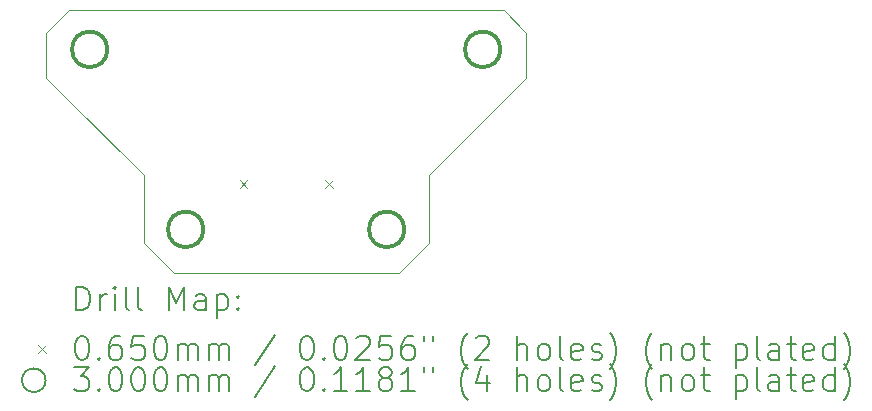
<source format=gbr>
%TF.GenerationSoftware,KiCad,Pcbnew,7.0.5*%
%TF.CreationDate,2024-02-15T12:52:46-05:00*%
%TF.ProjectId,SaberCord_Copy_Male,53616265-7243-46f7-9264-5f436f70795f,rev?*%
%TF.SameCoordinates,Original*%
%TF.FileFunction,Drillmap*%
%TF.FilePolarity,Positive*%
%FSLAX45Y45*%
G04 Gerber Fmt 4.5, Leading zero omitted, Abs format (unit mm)*
G04 Created by KiCad (PCBNEW 7.0.5) date 2024-02-15 12:52:46*
%MOMM*%
%LPD*%
G01*
G04 APERTURE LIST*
%ADD10C,0.100000*%
%ADD11C,0.200000*%
%ADD12C,0.065000*%
%ADD13C,0.300000*%
G04 APERTURE END LIST*
D10*
X15875000Y-7366000D02*
X16065500Y-7556500D01*
X16065500Y-7556500D02*
X16065500Y-7937500D01*
X14033500Y-7366000D02*
X15875000Y-7366000D01*
X12192000Y-7366000D02*
X14033500Y-7366000D01*
X12001500Y-7937500D02*
X12001500Y-7556500D01*
X16065500Y-7937500D02*
X15938500Y-8064500D01*
X12001500Y-7556500D02*
X12192000Y-7366000D01*
X12827000Y-8763000D02*
X12827000Y-9334500D01*
X15938500Y-8064500D02*
X15240000Y-8763000D01*
X15240000Y-8763000D02*
X15240000Y-9334500D01*
X14033500Y-9588500D02*
X13081000Y-9588500D01*
X12128500Y-8064500D02*
X12001500Y-7937500D01*
X14986000Y-9588500D02*
X14033500Y-9588500D01*
X13081000Y-9588500D02*
X12827000Y-9334500D01*
X12827000Y-8763000D02*
X12128500Y-8064500D01*
X15240000Y-9334500D02*
X14986000Y-9588500D01*
D11*
D12*
X13641000Y-8801500D02*
X13706000Y-8866500D01*
X13706000Y-8801500D02*
X13641000Y-8866500D01*
X14361000Y-8801500D02*
X14426000Y-8866500D01*
X14426000Y-8801500D02*
X14361000Y-8866500D01*
D13*
X12519800Y-7696200D02*
G75*
G03*
X12519800Y-7696200I-150000J0D01*
G01*
X13332600Y-9220200D02*
G75*
G03*
X13332600Y-9220200I-150000J0D01*
G01*
X15034400Y-9220200D02*
G75*
G03*
X15034400Y-9220200I-150000J0D01*
G01*
X15847200Y-7696200D02*
G75*
G03*
X15847200Y-7696200I-150000J0D01*
G01*
D11*
X12257277Y-9904984D02*
X12257277Y-9704984D01*
X12257277Y-9704984D02*
X12304896Y-9704984D01*
X12304896Y-9704984D02*
X12333467Y-9714508D01*
X12333467Y-9714508D02*
X12352515Y-9733555D01*
X12352515Y-9733555D02*
X12362039Y-9752603D01*
X12362039Y-9752603D02*
X12371562Y-9790698D01*
X12371562Y-9790698D02*
X12371562Y-9819270D01*
X12371562Y-9819270D02*
X12362039Y-9857365D01*
X12362039Y-9857365D02*
X12352515Y-9876412D01*
X12352515Y-9876412D02*
X12333467Y-9895460D01*
X12333467Y-9895460D02*
X12304896Y-9904984D01*
X12304896Y-9904984D02*
X12257277Y-9904984D01*
X12457277Y-9904984D02*
X12457277Y-9771650D01*
X12457277Y-9809746D02*
X12466801Y-9790698D01*
X12466801Y-9790698D02*
X12476324Y-9781174D01*
X12476324Y-9781174D02*
X12495372Y-9771650D01*
X12495372Y-9771650D02*
X12514420Y-9771650D01*
X12581086Y-9904984D02*
X12581086Y-9771650D01*
X12581086Y-9704984D02*
X12571562Y-9714508D01*
X12571562Y-9714508D02*
X12581086Y-9724031D01*
X12581086Y-9724031D02*
X12590610Y-9714508D01*
X12590610Y-9714508D02*
X12581086Y-9704984D01*
X12581086Y-9704984D02*
X12581086Y-9724031D01*
X12704896Y-9904984D02*
X12685848Y-9895460D01*
X12685848Y-9895460D02*
X12676324Y-9876412D01*
X12676324Y-9876412D02*
X12676324Y-9704984D01*
X12809658Y-9904984D02*
X12790610Y-9895460D01*
X12790610Y-9895460D02*
X12781086Y-9876412D01*
X12781086Y-9876412D02*
X12781086Y-9704984D01*
X13038229Y-9904984D02*
X13038229Y-9704984D01*
X13038229Y-9704984D02*
X13104896Y-9847841D01*
X13104896Y-9847841D02*
X13171562Y-9704984D01*
X13171562Y-9704984D02*
X13171562Y-9904984D01*
X13352515Y-9904984D02*
X13352515Y-9800222D01*
X13352515Y-9800222D02*
X13342991Y-9781174D01*
X13342991Y-9781174D02*
X13323943Y-9771650D01*
X13323943Y-9771650D02*
X13285848Y-9771650D01*
X13285848Y-9771650D02*
X13266801Y-9781174D01*
X13352515Y-9895460D02*
X13333467Y-9904984D01*
X13333467Y-9904984D02*
X13285848Y-9904984D01*
X13285848Y-9904984D02*
X13266801Y-9895460D01*
X13266801Y-9895460D02*
X13257277Y-9876412D01*
X13257277Y-9876412D02*
X13257277Y-9857365D01*
X13257277Y-9857365D02*
X13266801Y-9838317D01*
X13266801Y-9838317D02*
X13285848Y-9828793D01*
X13285848Y-9828793D02*
X13333467Y-9828793D01*
X13333467Y-9828793D02*
X13352515Y-9819270D01*
X13447753Y-9771650D02*
X13447753Y-9971650D01*
X13447753Y-9781174D02*
X13466801Y-9771650D01*
X13466801Y-9771650D02*
X13504896Y-9771650D01*
X13504896Y-9771650D02*
X13523943Y-9781174D01*
X13523943Y-9781174D02*
X13533467Y-9790698D01*
X13533467Y-9790698D02*
X13542991Y-9809746D01*
X13542991Y-9809746D02*
X13542991Y-9866889D01*
X13542991Y-9866889D02*
X13533467Y-9885936D01*
X13533467Y-9885936D02*
X13523943Y-9895460D01*
X13523943Y-9895460D02*
X13504896Y-9904984D01*
X13504896Y-9904984D02*
X13466801Y-9904984D01*
X13466801Y-9904984D02*
X13447753Y-9895460D01*
X13628705Y-9885936D02*
X13638229Y-9895460D01*
X13638229Y-9895460D02*
X13628705Y-9904984D01*
X13628705Y-9904984D02*
X13619182Y-9895460D01*
X13619182Y-9895460D02*
X13628705Y-9885936D01*
X13628705Y-9885936D02*
X13628705Y-9904984D01*
X13628705Y-9781174D02*
X13638229Y-9790698D01*
X13638229Y-9790698D02*
X13628705Y-9800222D01*
X13628705Y-9800222D02*
X13619182Y-9790698D01*
X13619182Y-9790698D02*
X13628705Y-9781174D01*
X13628705Y-9781174D02*
X13628705Y-9800222D01*
D12*
X11931500Y-10201000D02*
X11996500Y-10266000D01*
X11996500Y-10201000D02*
X11931500Y-10266000D01*
D11*
X12295372Y-10124984D02*
X12314420Y-10124984D01*
X12314420Y-10124984D02*
X12333467Y-10134508D01*
X12333467Y-10134508D02*
X12342991Y-10144031D01*
X12342991Y-10144031D02*
X12352515Y-10163079D01*
X12352515Y-10163079D02*
X12362039Y-10201174D01*
X12362039Y-10201174D02*
X12362039Y-10248793D01*
X12362039Y-10248793D02*
X12352515Y-10286889D01*
X12352515Y-10286889D02*
X12342991Y-10305936D01*
X12342991Y-10305936D02*
X12333467Y-10315460D01*
X12333467Y-10315460D02*
X12314420Y-10324984D01*
X12314420Y-10324984D02*
X12295372Y-10324984D01*
X12295372Y-10324984D02*
X12276324Y-10315460D01*
X12276324Y-10315460D02*
X12266801Y-10305936D01*
X12266801Y-10305936D02*
X12257277Y-10286889D01*
X12257277Y-10286889D02*
X12247753Y-10248793D01*
X12247753Y-10248793D02*
X12247753Y-10201174D01*
X12247753Y-10201174D02*
X12257277Y-10163079D01*
X12257277Y-10163079D02*
X12266801Y-10144031D01*
X12266801Y-10144031D02*
X12276324Y-10134508D01*
X12276324Y-10134508D02*
X12295372Y-10124984D01*
X12447753Y-10305936D02*
X12457277Y-10315460D01*
X12457277Y-10315460D02*
X12447753Y-10324984D01*
X12447753Y-10324984D02*
X12438229Y-10315460D01*
X12438229Y-10315460D02*
X12447753Y-10305936D01*
X12447753Y-10305936D02*
X12447753Y-10324984D01*
X12628705Y-10124984D02*
X12590610Y-10124984D01*
X12590610Y-10124984D02*
X12571562Y-10134508D01*
X12571562Y-10134508D02*
X12562039Y-10144031D01*
X12562039Y-10144031D02*
X12542991Y-10172603D01*
X12542991Y-10172603D02*
X12533467Y-10210698D01*
X12533467Y-10210698D02*
X12533467Y-10286889D01*
X12533467Y-10286889D02*
X12542991Y-10305936D01*
X12542991Y-10305936D02*
X12552515Y-10315460D01*
X12552515Y-10315460D02*
X12571562Y-10324984D01*
X12571562Y-10324984D02*
X12609658Y-10324984D01*
X12609658Y-10324984D02*
X12628705Y-10315460D01*
X12628705Y-10315460D02*
X12638229Y-10305936D01*
X12638229Y-10305936D02*
X12647753Y-10286889D01*
X12647753Y-10286889D02*
X12647753Y-10239270D01*
X12647753Y-10239270D02*
X12638229Y-10220222D01*
X12638229Y-10220222D02*
X12628705Y-10210698D01*
X12628705Y-10210698D02*
X12609658Y-10201174D01*
X12609658Y-10201174D02*
X12571562Y-10201174D01*
X12571562Y-10201174D02*
X12552515Y-10210698D01*
X12552515Y-10210698D02*
X12542991Y-10220222D01*
X12542991Y-10220222D02*
X12533467Y-10239270D01*
X12828705Y-10124984D02*
X12733467Y-10124984D01*
X12733467Y-10124984D02*
X12723943Y-10220222D01*
X12723943Y-10220222D02*
X12733467Y-10210698D01*
X12733467Y-10210698D02*
X12752515Y-10201174D01*
X12752515Y-10201174D02*
X12800134Y-10201174D01*
X12800134Y-10201174D02*
X12819182Y-10210698D01*
X12819182Y-10210698D02*
X12828705Y-10220222D01*
X12828705Y-10220222D02*
X12838229Y-10239270D01*
X12838229Y-10239270D02*
X12838229Y-10286889D01*
X12838229Y-10286889D02*
X12828705Y-10305936D01*
X12828705Y-10305936D02*
X12819182Y-10315460D01*
X12819182Y-10315460D02*
X12800134Y-10324984D01*
X12800134Y-10324984D02*
X12752515Y-10324984D01*
X12752515Y-10324984D02*
X12733467Y-10315460D01*
X12733467Y-10315460D02*
X12723943Y-10305936D01*
X12962039Y-10124984D02*
X12981086Y-10124984D01*
X12981086Y-10124984D02*
X13000134Y-10134508D01*
X13000134Y-10134508D02*
X13009658Y-10144031D01*
X13009658Y-10144031D02*
X13019182Y-10163079D01*
X13019182Y-10163079D02*
X13028705Y-10201174D01*
X13028705Y-10201174D02*
X13028705Y-10248793D01*
X13028705Y-10248793D02*
X13019182Y-10286889D01*
X13019182Y-10286889D02*
X13009658Y-10305936D01*
X13009658Y-10305936D02*
X13000134Y-10315460D01*
X13000134Y-10315460D02*
X12981086Y-10324984D01*
X12981086Y-10324984D02*
X12962039Y-10324984D01*
X12962039Y-10324984D02*
X12942991Y-10315460D01*
X12942991Y-10315460D02*
X12933467Y-10305936D01*
X12933467Y-10305936D02*
X12923943Y-10286889D01*
X12923943Y-10286889D02*
X12914420Y-10248793D01*
X12914420Y-10248793D02*
X12914420Y-10201174D01*
X12914420Y-10201174D02*
X12923943Y-10163079D01*
X12923943Y-10163079D02*
X12933467Y-10144031D01*
X12933467Y-10144031D02*
X12942991Y-10134508D01*
X12942991Y-10134508D02*
X12962039Y-10124984D01*
X13114420Y-10324984D02*
X13114420Y-10191650D01*
X13114420Y-10210698D02*
X13123943Y-10201174D01*
X13123943Y-10201174D02*
X13142991Y-10191650D01*
X13142991Y-10191650D02*
X13171563Y-10191650D01*
X13171563Y-10191650D02*
X13190610Y-10201174D01*
X13190610Y-10201174D02*
X13200134Y-10220222D01*
X13200134Y-10220222D02*
X13200134Y-10324984D01*
X13200134Y-10220222D02*
X13209658Y-10201174D01*
X13209658Y-10201174D02*
X13228705Y-10191650D01*
X13228705Y-10191650D02*
X13257277Y-10191650D01*
X13257277Y-10191650D02*
X13276324Y-10201174D01*
X13276324Y-10201174D02*
X13285848Y-10220222D01*
X13285848Y-10220222D02*
X13285848Y-10324984D01*
X13381086Y-10324984D02*
X13381086Y-10191650D01*
X13381086Y-10210698D02*
X13390610Y-10201174D01*
X13390610Y-10201174D02*
X13409658Y-10191650D01*
X13409658Y-10191650D02*
X13438229Y-10191650D01*
X13438229Y-10191650D02*
X13457277Y-10201174D01*
X13457277Y-10201174D02*
X13466801Y-10220222D01*
X13466801Y-10220222D02*
X13466801Y-10324984D01*
X13466801Y-10220222D02*
X13476324Y-10201174D01*
X13476324Y-10201174D02*
X13495372Y-10191650D01*
X13495372Y-10191650D02*
X13523943Y-10191650D01*
X13523943Y-10191650D02*
X13542991Y-10201174D01*
X13542991Y-10201174D02*
X13552515Y-10220222D01*
X13552515Y-10220222D02*
X13552515Y-10324984D01*
X13942991Y-10115460D02*
X13771563Y-10372603D01*
X14200134Y-10124984D02*
X14219182Y-10124984D01*
X14219182Y-10124984D02*
X14238229Y-10134508D01*
X14238229Y-10134508D02*
X14247753Y-10144031D01*
X14247753Y-10144031D02*
X14257277Y-10163079D01*
X14257277Y-10163079D02*
X14266801Y-10201174D01*
X14266801Y-10201174D02*
X14266801Y-10248793D01*
X14266801Y-10248793D02*
X14257277Y-10286889D01*
X14257277Y-10286889D02*
X14247753Y-10305936D01*
X14247753Y-10305936D02*
X14238229Y-10315460D01*
X14238229Y-10315460D02*
X14219182Y-10324984D01*
X14219182Y-10324984D02*
X14200134Y-10324984D01*
X14200134Y-10324984D02*
X14181086Y-10315460D01*
X14181086Y-10315460D02*
X14171563Y-10305936D01*
X14171563Y-10305936D02*
X14162039Y-10286889D01*
X14162039Y-10286889D02*
X14152515Y-10248793D01*
X14152515Y-10248793D02*
X14152515Y-10201174D01*
X14152515Y-10201174D02*
X14162039Y-10163079D01*
X14162039Y-10163079D02*
X14171563Y-10144031D01*
X14171563Y-10144031D02*
X14181086Y-10134508D01*
X14181086Y-10134508D02*
X14200134Y-10124984D01*
X14352515Y-10305936D02*
X14362039Y-10315460D01*
X14362039Y-10315460D02*
X14352515Y-10324984D01*
X14352515Y-10324984D02*
X14342991Y-10315460D01*
X14342991Y-10315460D02*
X14352515Y-10305936D01*
X14352515Y-10305936D02*
X14352515Y-10324984D01*
X14485848Y-10124984D02*
X14504896Y-10124984D01*
X14504896Y-10124984D02*
X14523944Y-10134508D01*
X14523944Y-10134508D02*
X14533467Y-10144031D01*
X14533467Y-10144031D02*
X14542991Y-10163079D01*
X14542991Y-10163079D02*
X14552515Y-10201174D01*
X14552515Y-10201174D02*
X14552515Y-10248793D01*
X14552515Y-10248793D02*
X14542991Y-10286889D01*
X14542991Y-10286889D02*
X14533467Y-10305936D01*
X14533467Y-10305936D02*
X14523944Y-10315460D01*
X14523944Y-10315460D02*
X14504896Y-10324984D01*
X14504896Y-10324984D02*
X14485848Y-10324984D01*
X14485848Y-10324984D02*
X14466801Y-10315460D01*
X14466801Y-10315460D02*
X14457277Y-10305936D01*
X14457277Y-10305936D02*
X14447753Y-10286889D01*
X14447753Y-10286889D02*
X14438229Y-10248793D01*
X14438229Y-10248793D02*
X14438229Y-10201174D01*
X14438229Y-10201174D02*
X14447753Y-10163079D01*
X14447753Y-10163079D02*
X14457277Y-10144031D01*
X14457277Y-10144031D02*
X14466801Y-10134508D01*
X14466801Y-10134508D02*
X14485848Y-10124984D01*
X14628706Y-10144031D02*
X14638229Y-10134508D01*
X14638229Y-10134508D02*
X14657277Y-10124984D01*
X14657277Y-10124984D02*
X14704896Y-10124984D01*
X14704896Y-10124984D02*
X14723944Y-10134508D01*
X14723944Y-10134508D02*
X14733467Y-10144031D01*
X14733467Y-10144031D02*
X14742991Y-10163079D01*
X14742991Y-10163079D02*
X14742991Y-10182127D01*
X14742991Y-10182127D02*
X14733467Y-10210698D01*
X14733467Y-10210698D02*
X14619182Y-10324984D01*
X14619182Y-10324984D02*
X14742991Y-10324984D01*
X14923944Y-10124984D02*
X14828706Y-10124984D01*
X14828706Y-10124984D02*
X14819182Y-10220222D01*
X14819182Y-10220222D02*
X14828706Y-10210698D01*
X14828706Y-10210698D02*
X14847753Y-10201174D01*
X14847753Y-10201174D02*
X14895372Y-10201174D01*
X14895372Y-10201174D02*
X14914420Y-10210698D01*
X14914420Y-10210698D02*
X14923944Y-10220222D01*
X14923944Y-10220222D02*
X14933467Y-10239270D01*
X14933467Y-10239270D02*
X14933467Y-10286889D01*
X14933467Y-10286889D02*
X14923944Y-10305936D01*
X14923944Y-10305936D02*
X14914420Y-10315460D01*
X14914420Y-10315460D02*
X14895372Y-10324984D01*
X14895372Y-10324984D02*
X14847753Y-10324984D01*
X14847753Y-10324984D02*
X14828706Y-10315460D01*
X14828706Y-10315460D02*
X14819182Y-10305936D01*
X15104896Y-10124984D02*
X15066801Y-10124984D01*
X15066801Y-10124984D02*
X15047753Y-10134508D01*
X15047753Y-10134508D02*
X15038229Y-10144031D01*
X15038229Y-10144031D02*
X15019182Y-10172603D01*
X15019182Y-10172603D02*
X15009658Y-10210698D01*
X15009658Y-10210698D02*
X15009658Y-10286889D01*
X15009658Y-10286889D02*
X15019182Y-10305936D01*
X15019182Y-10305936D02*
X15028706Y-10315460D01*
X15028706Y-10315460D02*
X15047753Y-10324984D01*
X15047753Y-10324984D02*
X15085848Y-10324984D01*
X15085848Y-10324984D02*
X15104896Y-10315460D01*
X15104896Y-10315460D02*
X15114420Y-10305936D01*
X15114420Y-10305936D02*
X15123944Y-10286889D01*
X15123944Y-10286889D02*
X15123944Y-10239270D01*
X15123944Y-10239270D02*
X15114420Y-10220222D01*
X15114420Y-10220222D02*
X15104896Y-10210698D01*
X15104896Y-10210698D02*
X15085848Y-10201174D01*
X15085848Y-10201174D02*
X15047753Y-10201174D01*
X15047753Y-10201174D02*
X15028706Y-10210698D01*
X15028706Y-10210698D02*
X15019182Y-10220222D01*
X15019182Y-10220222D02*
X15009658Y-10239270D01*
X15200134Y-10124984D02*
X15200134Y-10163079D01*
X15276325Y-10124984D02*
X15276325Y-10163079D01*
X15571563Y-10401174D02*
X15562039Y-10391650D01*
X15562039Y-10391650D02*
X15542991Y-10363079D01*
X15542991Y-10363079D02*
X15533468Y-10344031D01*
X15533468Y-10344031D02*
X15523944Y-10315460D01*
X15523944Y-10315460D02*
X15514420Y-10267841D01*
X15514420Y-10267841D02*
X15514420Y-10229746D01*
X15514420Y-10229746D02*
X15523944Y-10182127D01*
X15523944Y-10182127D02*
X15533468Y-10153555D01*
X15533468Y-10153555D02*
X15542991Y-10134508D01*
X15542991Y-10134508D02*
X15562039Y-10105936D01*
X15562039Y-10105936D02*
X15571563Y-10096412D01*
X15638229Y-10144031D02*
X15647753Y-10134508D01*
X15647753Y-10134508D02*
X15666801Y-10124984D01*
X15666801Y-10124984D02*
X15714420Y-10124984D01*
X15714420Y-10124984D02*
X15733468Y-10134508D01*
X15733468Y-10134508D02*
X15742991Y-10144031D01*
X15742991Y-10144031D02*
X15752515Y-10163079D01*
X15752515Y-10163079D02*
X15752515Y-10182127D01*
X15752515Y-10182127D02*
X15742991Y-10210698D01*
X15742991Y-10210698D02*
X15628706Y-10324984D01*
X15628706Y-10324984D02*
X15752515Y-10324984D01*
X15990610Y-10324984D02*
X15990610Y-10124984D01*
X16076325Y-10324984D02*
X16076325Y-10220222D01*
X16076325Y-10220222D02*
X16066801Y-10201174D01*
X16066801Y-10201174D02*
X16047753Y-10191650D01*
X16047753Y-10191650D02*
X16019182Y-10191650D01*
X16019182Y-10191650D02*
X16000134Y-10201174D01*
X16000134Y-10201174D02*
X15990610Y-10210698D01*
X16200134Y-10324984D02*
X16181087Y-10315460D01*
X16181087Y-10315460D02*
X16171563Y-10305936D01*
X16171563Y-10305936D02*
X16162039Y-10286889D01*
X16162039Y-10286889D02*
X16162039Y-10229746D01*
X16162039Y-10229746D02*
X16171563Y-10210698D01*
X16171563Y-10210698D02*
X16181087Y-10201174D01*
X16181087Y-10201174D02*
X16200134Y-10191650D01*
X16200134Y-10191650D02*
X16228706Y-10191650D01*
X16228706Y-10191650D02*
X16247753Y-10201174D01*
X16247753Y-10201174D02*
X16257277Y-10210698D01*
X16257277Y-10210698D02*
X16266801Y-10229746D01*
X16266801Y-10229746D02*
X16266801Y-10286889D01*
X16266801Y-10286889D02*
X16257277Y-10305936D01*
X16257277Y-10305936D02*
X16247753Y-10315460D01*
X16247753Y-10315460D02*
X16228706Y-10324984D01*
X16228706Y-10324984D02*
X16200134Y-10324984D01*
X16381087Y-10324984D02*
X16362039Y-10315460D01*
X16362039Y-10315460D02*
X16352515Y-10296412D01*
X16352515Y-10296412D02*
X16352515Y-10124984D01*
X16533468Y-10315460D02*
X16514420Y-10324984D01*
X16514420Y-10324984D02*
X16476325Y-10324984D01*
X16476325Y-10324984D02*
X16457277Y-10315460D01*
X16457277Y-10315460D02*
X16447753Y-10296412D01*
X16447753Y-10296412D02*
X16447753Y-10220222D01*
X16447753Y-10220222D02*
X16457277Y-10201174D01*
X16457277Y-10201174D02*
X16476325Y-10191650D01*
X16476325Y-10191650D02*
X16514420Y-10191650D01*
X16514420Y-10191650D02*
X16533468Y-10201174D01*
X16533468Y-10201174D02*
X16542991Y-10220222D01*
X16542991Y-10220222D02*
X16542991Y-10239270D01*
X16542991Y-10239270D02*
X16447753Y-10258317D01*
X16619182Y-10315460D02*
X16638230Y-10324984D01*
X16638230Y-10324984D02*
X16676325Y-10324984D01*
X16676325Y-10324984D02*
X16695372Y-10315460D01*
X16695372Y-10315460D02*
X16704896Y-10296412D01*
X16704896Y-10296412D02*
X16704896Y-10286889D01*
X16704896Y-10286889D02*
X16695372Y-10267841D01*
X16695372Y-10267841D02*
X16676325Y-10258317D01*
X16676325Y-10258317D02*
X16647753Y-10258317D01*
X16647753Y-10258317D02*
X16628706Y-10248793D01*
X16628706Y-10248793D02*
X16619182Y-10229746D01*
X16619182Y-10229746D02*
X16619182Y-10220222D01*
X16619182Y-10220222D02*
X16628706Y-10201174D01*
X16628706Y-10201174D02*
X16647753Y-10191650D01*
X16647753Y-10191650D02*
X16676325Y-10191650D01*
X16676325Y-10191650D02*
X16695372Y-10201174D01*
X16771563Y-10401174D02*
X16781087Y-10391650D01*
X16781087Y-10391650D02*
X16800134Y-10363079D01*
X16800134Y-10363079D02*
X16809658Y-10344031D01*
X16809658Y-10344031D02*
X16819182Y-10315460D01*
X16819182Y-10315460D02*
X16828706Y-10267841D01*
X16828706Y-10267841D02*
X16828706Y-10229746D01*
X16828706Y-10229746D02*
X16819182Y-10182127D01*
X16819182Y-10182127D02*
X16809658Y-10153555D01*
X16809658Y-10153555D02*
X16800134Y-10134508D01*
X16800134Y-10134508D02*
X16781087Y-10105936D01*
X16781087Y-10105936D02*
X16771563Y-10096412D01*
X17133468Y-10401174D02*
X17123944Y-10391650D01*
X17123944Y-10391650D02*
X17104896Y-10363079D01*
X17104896Y-10363079D02*
X17095373Y-10344031D01*
X17095373Y-10344031D02*
X17085849Y-10315460D01*
X17085849Y-10315460D02*
X17076325Y-10267841D01*
X17076325Y-10267841D02*
X17076325Y-10229746D01*
X17076325Y-10229746D02*
X17085849Y-10182127D01*
X17085849Y-10182127D02*
X17095373Y-10153555D01*
X17095373Y-10153555D02*
X17104896Y-10134508D01*
X17104896Y-10134508D02*
X17123944Y-10105936D01*
X17123944Y-10105936D02*
X17133468Y-10096412D01*
X17209658Y-10191650D02*
X17209658Y-10324984D01*
X17209658Y-10210698D02*
X17219182Y-10201174D01*
X17219182Y-10201174D02*
X17238230Y-10191650D01*
X17238230Y-10191650D02*
X17266801Y-10191650D01*
X17266801Y-10191650D02*
X17285849Y-10201174D01*
X17285849Y-10201174D02*
X17295373Y-10220222D01*
X17295373Y-10220222D02*
X17295373Y-10324984D01*
X17419182Y-10324984D02*
X17400134Y-10315460D01*
X17400134Y-10315460D02*
X17390611Y-10305936D01*
X17390611Y-10305936D02*
X17381087Y-10286889D01*
X17381087Y-10286889D02*
X17381087Y-10229746D01*
X17381087Y-10229746D02*
X17390611Y-10210698D01*
X17390611Y-10210698D02*
X17400134Y-10201174D01*
X17400134Y-10201174D02*
X17419182Y-10191650D01*
X17419182Y-10191650D02*
X17447754Y-10191650D01*
X17447754Y-10191650D02*
X17466801Y-10201174D01*
X17466801Y-10201174D02*
X17476325Y-10210698D01*
X17476325Y-10210698D02*
X17485849Y-10229746D01*
X17485849Y-10229746D02*
X17485849Y-10286889D01*
X17485849Y-10286889D02*
X17476325Y-10305936D01*
X17476325Y-10305936D02*
X17466801Y-10315460D01*
X17466801Y-10315460D02*
X17447754Y-10324984D01*
X17447754Y-10324984D02*
X17419182Y-10324984D01*
X17542992Y-10191650D02*
X17619182Y-10191650D01*
X17571563Y-10124984D02*
X17571563Y-10296412D01*
X17571563Y-10296412D02*
X17581087Y-10315460D01*
X17581087Y-10315460D02*
X17600134Y-10324984D01*
X17600134Y-10324984D02*
X17619182Y-10324984D01*
X17838230Y-10191650D02*
X17838230Y-10391650D01*
X17838230Y-10201174D02*
X17857277Y-10191650D01*
X17857277Y-10191650D02*
X17895373Y-10191650D01*
X17895373Y-10191650D02*
X17914420Y-10201174D01*
X17914420Y-10201174D02*
X17923944Y-10210698D01*
X17923944Y-10210698D02*
X17933468Y-10229746D01*
X17933468Y-10229746D02*
X17933468Y-10286889D01*
X17933468Y-10286889D02*
X17923944Y-10305936D01*
X17923944Y-10305936D02*
X17914420Y-10315460D01*
X17914420Y-10315460D02*
X17895373Y-10324984D01*
X17895373Y-10324984D02*
X17857277Y-10324984D01*
X17857277Y-10324984D02*
X17838230Y-10315460D01*
X18047754Y-10324984D02*
X18028706Y-10315460D01*
X18028706Y-10315460D02*
X18019182Y-10296412D01*
X18019182Y-10296412D02*
X18019182Y-10124984D01*
X18209658Y-10324984D02*
X18209658Y-10220222D01*
X18209658Y-10220222D02*
X18200135Y-10201174D01*
X18200135Y-10201174D02*
X18181087Y-10191650D01*
X18181087Y-10191650D02*
X18142992Y-10191650D01*
X18142992Y-10191650D02*
X18123944Y-10201174D01*
X18209658Y-10315460D02*
X18190611Y-10324984D01*
X18190611Y-10324984D02*
X18142992Y-10324984D01*
X18142992Y-10324984D02*
X18123944Y-10315460D01*
X18123944Y-10315460D02*
X18114420Y-10296412D01*
X18114420Y-10296412D02*
X18114420Y-10277365D01*
X18114420Y-10277365D02*
X18123944Y-10258317D01*
X18123944Y-10258317D02*
X18142992Y-10248793D01*
X18142992Y-10248793D02*
X18190611Y-10248793D01*
X18190611Y-10248793D02*
X18209658Y-10239270D01*
X18276325Y-10191650D02*
X18352515Y-10191650D01*
X18304896Y-10124984D02*
X18304896Y-10296412D01*
X18304896Y-10296412D02*
X18314420Y-10315460D01*
X18314420Y-10315460D02*
X18333468Y-10324984D01*
X18333468Y-10324984D02*
X18352515Y-10324984D01*
X18495373Y-10315460D02*
X18476325Y-10324984D01*
X18476325Y-10324984D02*
X18438230Y-10324984D01*
X18438230Y-10324984D02*
X18419182Y-10315460D01*
X18419182Y-10315460D02*
X18409658Y-10296412D01*
X18409658Y-10296412D02*
X18409658Y-10220222D01*
X18409658Y-10220222D02*
X18419182Y-10201174D01*
X18419182Y-10201174D02*
X18438230Y-10191650D01*
X18438230Y-10191650D02*
X18476325Y-10191650D01*
X18476325Y-10191650D02*
X18495373Y-10201174D01*
X18495373Y-10201174D02*
X18504896Y-10220222D01*
X18504896Y-10220222D02*
X18504896Y-10239270D01*
X18504896Y-10239270D02*
X18409658Y-10258317D01*
X18676325Y-10324984D02*
X18676325Y-10124984D01*
X18676325Y-10315460D02*
X18657277Y-10324984D01*
X18657277Y-10324984D02*
X18619182Y-10324984D01*
X18619182Y-10324984D02*
X18600135Y-10315460D01*
X18600135Y-10315460D02*
X18590611Y-10305936D01*
X18590611Y-10305936D02*
X18581087Y-10286889D01*
X18581087Y-10286889D02*
X18581087Y-10229746D01*
X18581087Y-10229746D02*
X18590611Y-10210698D01*
X18590611Y-10210698D02*
X18600135Y-10201174D01*
X18600135Y-10201174D02*
X18619182Y-10191650D01*
X18619182Y-10191650D02*
X18657277Y-10191650D01*
X18657277Y-10191650D02*
X18676325Y-10201174D01*
X18752516Y-10401174D02*
X18762039Y-10391650D01*
X18762039Y-10391650D02*
X18781087Y-10363079D01*
X18781087Y-10363079D02*
X18790611Y-10344031D01*
X18790611Y-10344031D02*
X18800135Y-10315460D01*
X18800135Y-10315460D02*
X18809658Y-10267841D01*
X18809658Y-10267841D02*
X18809658Y-10229746D01*
X18809658Y-10229746D02*
X18800135Y-10182127D01*
X18800135Y-10182127D02*
X18790611Y-10153555D01*
X18790611Y-10153555D02*
X18781087Y-10134508D01*
X18781087Y-10134508D02*
X18762039Y-10105936D01*
X18762039Y-10105936D02*
X18752516Y-10096412D01*
X11996500Y-10497500D02*
G75*
G03*
X11996500Y-10497500I-100000J0D01*
G01*
X12238229Y-10388984D02*
X12362039Y-10388984D01*
X12362039Y-10388984D02*
X12295372Y-10465174D01*
X12295372Y-10465174D02*
X12323943Y-10465174D01*
X12323943Y-10465174D02*
X12342991Y-10474698D01*
X12342991Y-10474698D02*
X12352515Y-10484222D01*
X12352515Y-10484222D02*
X12362039Y-10503270D01*
X12362039Y-10503270D02*
X12362039Y-10550889D01*
X12362039Y-10550889D02*
X12352515Y-10569936D01*
X12352515Y-10569936D02*
X12342991Y-10579460D01*
X12342991Y-10579460D02*
X12323943Y-10588984D01*
X12323943Y-10588984D02*
X12266801Y-10588984D01*
X12266801Y-10588984D02*
X12247753Y-10579460D01*
X12247753Y-10579460D02*
X12238229Y-10569936D01*
X12447753Y-10569936D02*
X12457277Y-10579460D01*
X12457277Y-10579460D02*
X12447753Y-10588984D01*
X12447753Y-10588984D02*
X12438229Y-10579460D01*
X12438229Y-10579460D02*
X12447753Y-10569936D01*
X12447753Y-10569936D02*
X12447753Y-10588984D01*
X12581086Y-10388984D02*
X12600134Y-10388984D01*
X12600134Y-10388984D02*
X12619182Y-10398508D01*
X12619182Y-10398508D02*
X12628705Y-10408031D01*
X12628705Y-10408031D02*
X12638229Y-10427079D01*
X12638229Y-10427079D02*
X12647753Y-10465174D01*
X12647753Y-10465174D02*
X12647753Y-10512793D01*
X12647753Y-10512793D02*
X12638229Y-10550889D01*
X12638229Y-10550889D02*
X12628705Y-10569936D01*
X12628705Y-10569936D02*
X12619182Y-10579460D01*
X12619182Y-10579460D02*
X12600134Y-10588984D01*
X12600134Y-10588984D02*
X12581086Y-10588984D01*
X12581086Y-10588984D02*
X12562039Y-10579460D01*
X12562039Y-10579460D02*
X12552515Y-10569936D01*
X12552515Y-10569936D02*
X12542991Y-10550889D01*
X12542991Y-10550889D02*
X12533467Y-10512793D01*
X12533467Y-10512793D02*
X12533467Y-10465174D01*
X12533467Y-10465174D02*
X12542991Y-10427079D01*
X12542991Y-10427079D02*
X12552515Y-10408031D01*
X12552515Y-10408031D02*
X12562039Y-10398508D01*
X12562039Y-10398508D02*
X12581086Y-10388984D01*
X12771562Y-10388984D02*
X12790610Y-10388984D01*
X12790610Y-10388984D02*
X12809658Y-10398508D01*
X12809658Y-10398508D02*
X12819182Y-10408031D01*
X12819182Y-10408031D02*
X12828705Y-10427079D01*
X12828705Y-10427079D02*
X12838229Y-10465174D01*
X12838229Y-10465174D02*
X12838229Y-10512793D01*
X12838229Y-10512793D02*
X12828705Y-10550889D01*
X12828705Y-10550889D02*
X12819182Y-10569936D01*
X12819182Y-10569936D02*
X12809658Y-10579460D01*
X12809658Y-10579460D02*
X12790610Y-10588984D01*
X12790610Y-10588984D02*
X12771562Y-10588984D01*
X12771562Y-10588984D02*
X12752515Y-10579460D01*
X12752515Y-10579460D02*
X12742991Y-10569936D01*
X12742991Y-10569936D02*
X12733467Y-10550889D01*
X12733467Y-10550889D02*
X12723943Y-10512793D01*
X12723943Y-10512793D02*
X12723943Y-10465174D01*
X12723943Y-10465174D02*
X12733467Y-10427079D01*
X12733467Y-10427079D02*
X12742991Y-10408031D01*
X12742991Y-10408031D02*
X12752515Y-10398508D01*
X12752515Y-10398508D02*
X12771562Y-10388984D01*
X12962039Y-10388984D02*
X12981086Y-10388984D01*
X12981086Y-10388984D02*
X13000134Y-10398508D01*
X13000134Y-10398508D02*
X13009658Y-10408031D01*
X13009658Y-10408031D02*
X13019182Y-10427079D01*
X13019182Y-10427079D02*
X13028705Y-10465174D01*
X13028705Y-10465174D02*
X13028705Y-10512793D01*
X13028705Y-10512793D02*
X13019182Y-10550889D01*
X13019182Y-10550889D02*
X13009658Y-10569936D01*
X13009658Y-10569936D02*
X13000134Y-10579460D01*
X13000134Y-10579460D02*
X12981086Y-10588984D01*
X12981086Y-10588984D02*
X12962039Y-10588984D01*
X12962039Y-10588984D02*
X12942991Y-10579460D01*
X12942991Y-10579460D02*
X12933467Y-10569936D01*
X12933467Y-10569936D02*
X12923943Y-10550889D01*
X12923943Y-10550889D02*
X12914420Y-10512793D01*
X12914420Y-10512793D02*
X12914420Y-10465174D01*
X12914420Y-10465174D02*
X12923943Y-10427079D01*
X12923943Y-10427079D02*
X12933467Y-10408031D01*
X12933467Y-10408031D02*
X12942991Y-10398508D01*
X12942991Y-10398508D02*
X12962039Y-10388984D01*
X13114420Y-10588984D02*
X13114420Y-10455650D01*
X13114420Y-10474698D02*
X13123943Y-10465174D01*
X13123943Y-10465174D02*
X13142991Y-10455650D01*
X13142991Y-10455650D02*
X13171563Y-10455650D01*
X13171563Y-10455650D02*
X13190610Y-10465174D01*
X13190610Y-10465174D02*
X13200134Y-10484222D01*
X13200134Y-10484222D02*
X13200134Y-10588984D01*
X13200134Y-10484222D02*
X13209658Y-10465174D01*
X13209658Y-10465174D02*
X13228705Y-10455650D01*
X13228705Y-10455650D02*
X13257277Y-10455650D01*
X13257277Y-10455650D02*
X13276324Y-10465174D01*
X13276324Y-10465174D02*
X13285848Y-10484222D01*
X13285848Y-10484222D02*
X13285848Y-10588984D01*
X13381086Y-10588984D02*
X13381086Y-10455650D01*
X13381086Y-10474698D02*
X13390610Y-10465174D01*
X13390610Y-10465174D02*
X13409658Y-10455650D01*
X13409658Y-10455650D02*
X13438229Y-10455650D01*
X13438229Y-10455650D02*
X13457277Y-10465174D01*
X13457277Y-10465174D02*
X13466801Y-10484222D01*
X13466801Y-10484222D02*
X13466801Y-10588984D01*
X13466801Y-10484222D02*
X13476324Y-10465174D01*
X13476324Y-10465174D02*
X13495372Y-10455650D01*
X13495372Y-10455650D02*
X13523943Y-10455650D01*
X13523943Y-10455650D02*
X13542991Y-10465174D01*
X13542991Y-10465174D02*
X13552515Y-10484222D01*
X13552515Y-10484222D02*
X13552515Y-10588984D01*
X13942991Y-10379460D02*
X13771563Y-10636603D01*
X14200134Y-10388984D02*
X14219182Y-10388984D01*
X14219182Y-10388984D02*
X14238229Y-10398508D01*
X14238229Y-10398508D02*
X14247753Y-10408031D01*
X14247753Y-10408031D02*
X14257277Y-10427079D01*
X14257277Y-10427079D02*
X14266801Y-10465174D01*
X14266801Y-10465174D02*
X14266801Y-10512793D01*
X14266801Y-10512793D02*
X14257277Y-10550889D01*
X14257277Y-10550889D02*
X14247753Y-10569936D01*
X14247753Y-10569936D02*
X14238229Y-10579460D01*
X14238229Y-10579460D02*
X14219182Y-10588984D01*
X14219182Y-10588984D02*
X14200134Y-10588984D01*
X14200134Y-10588984D02*
X14181086Y-10579460D01*
X14181086Y-10579460D02*
X14171563Y-10569936D01*
X14171563Y-10569936D02*
X14162039Y-10550889D01*
X14162039Y-10550889D02*
X14152515Y-10512793D01*
X14152515Y-10512793D02*
X14152515Y-10465174D01*
X14152515Y-10465174D02*
X14162039Y-10427079D01*
X14162039Y-10427079D02*
X14171563Y-10408031D01*
X14171563Y-10408031D02*
X14181086Y-10398508D01*
X14181086Y-10398508D02*
X14200134Y-10388984D01*
X14352515Y-10569936D02*
X14362039Y-10579460D01*
X14362039Y-10579460D02*
X14352515Y-10588984D01*
X14352515Y-10588984D02*
X14342991Y-10579460D01*
X14342991Y-10579460D02*
X14352515Y-10569936D01*
X14352515Y-10569936D02*
X14352515Y-10588984D01*
X14552515Y-10588984D02*
X14438229Y-10588984D01*
X14495372Y-10588984D02*
X14495372Y-10388984D01*
X14495372Y-10388984D02*
X14476325Y-10417555D01*
X14476325Y-10417555D02*
X14457277Y-10436603D01*
X14457277Y-10436603D02*
X14438229Y-10446127D01*
X14742991Y-10588984D02*
X14628706Y-10588984D01*
X14685848Y-10588984D02*
X14685848Y-10388984D01*
X14685848Y-10388984D02*
X14666801Y-10417555D01*
X14666801Y-10417555D02*
X14647753Y-10436603D01*
X14647753Y-10436603D02*
X14628706Y-10446127D01*
X14857277Y-10474698D02*
X14838229Y-10465174D01*
X14838229Y-10465174D02*
X14828706Y-10455650D01*
X14828706Y-10455650D02*
X14819182Y-10436603D01*
X14819182Y-10436603D02*
X14819182Y-10427079D01*
X14819182Y-10427079D02*
X14828706Y-10408031D01*
X14828706Y-10408031D02*
X14838229Y-10398508D01*
X14838229Y-10398508D02*
X14857277Y-10388984D01*
X14857277Y-10388984D02*
X14895372Y-10388984D01*
X14895372Y-10388984D02*
X14914420Y-10398508D01*
X14914420Y-10398508D02*
X14923944Y-10408031D01*
X14923944Y-10408031D02*
X14933467Y-10427079D01*
X14933467Y-10427079D02*
X14933467Y-10436603D01*
X14933467Y-10436603D02*
X14923944Y-10455650D01*
X14923944Y-10455650D02*
X14914420Y-10465174D01*
X14914420Y-10465174D02*
X14895372Y-10474698D01*
X14895372Y-10474698D02*
X14857277Y-10474698D01*
X14857277Y-10474698D02*
X14838229Y-10484222D01*
X14838229Y-10484222D02*
X14828706Y-10493746D01*
X14828706Y-10493746D02*
X14819182Y-10512793D01*
X14819182Y-10512793D02*
X14819182Y-10550889D01*
X14819182Y-10550889D02*
X14828706Y-10569936D01*
X14828706Y-10569936D02*
X14838229Y-10579460D01*
X14838229Y-10579460D02*
X14857277Y-10588984D01*
X14857277Y-10588984D02*
X14895372Y-10588984D01*
X14895372Y-10588984D02*
X14914420Y-10579460D01*
X14914420Y-10579460D02*
X14923944Y-10569936D01*
X14923944Y-10569936D02*
X14933467Y-10550889D01*
X14933467Y-10550889D02*
X14933467Y-10512793D01*
X14933467Y-10512793D02*
X14923944Y-10493746D01*
X14923944Y-10493746D02*
X14914420Y-10484222D01*
X14914420Y-10484222D02*
X14895372Y-10474698D01*
X15123944Y-10588984D02*
X15009658Y-10588984D01*
X15066801Y-10588984D02*
X15066801Y-10388984D01*
X15066801Y-10388984D02*
X15047753Y-10417555D01*
X15047753Y-10417555D02*
X15028706Y-10436603D01*
X15028706Y-10436603D02*
X15009658Y-10446127D01*
X15200134Y-10388984D02*
X15200134Y-10427079D01*
X15276325Y-10388984D02*
X15276325Y-10427079D01*
X15571563Y-10665174D02*
X15562039Y-10655650D01*
X15562039Y-10655650D02*
X15542991Y-10627079D01*
X15542991Y-10627079D02*
X15533468Y-10608031D01*
X15533468Y-10608031D02*
X15523944Y-10579460D01*
X15523944Y-10579460D02*
X15514420Y-10531841D01*
X15514420Y-10531841D02*
X15514420Y-10493746D01*
X15514420Y-10493746D02*
X15523944Y-10446127D01*
X15523944Y-10446127D02*
X15533468Y-10417555D01*
X15533468Y-10417555D02*
X15542991Y-10398508D01*
X15542991Y-10398508D02*
X15562039Y-10369936D01*
X15562039Y-10369936D02*
X15571563Y-10360412D01*
X15733468Y-10455650D02*
X15733468Y-10588984D01*
X15685848Y-10379460D02*
X15638229Y-10522317D01*
X15638229Y-10522317D02*
X15762039Y-10522317D01*
X15990610Y-10588984D02*
X15990610Y-10388984D01*
X16076325Y-10588984D02*
X16076325Y-10484222D01*
X16076325Y-10484222D02*
X16066801Y-10465174D01*
X16066801Y-10465174D02*
X16047753Y-10455650D01*
X16047753Y-10455650D02*
X16019182Y-10455650D01*
X16019182Y-10455650D02*
X16000134Y-10465174D01*
X16000134Y-10465174D02*
X15990610Y-10474698D01*
X16200134Y-10588984D02*
X16181087Y-10579460D01*
X16181087Y-10579460D02*
X16171563Y-10569936D01*
X16171563Y-10569936D02*
X16162039Y-10550889D01*
X16162039Y-10550889D02*
X16162039Y-10493746D01*
X16162039Y-10493746D02*
X16171563Y-10474698D01*
X16171563Y-10474698D02*
X16181087Y-10465174D01*
X16181087Y-10465174D02*
X16200134Y-10455650D01*
X16200134Y-10455650D02*
X16228706Y-10455650D01*
X16228706Y-10455650D02*
X16247753Y-10465174D01*
X16247753Y-10465174D02*
X16257277Y-10474698D01*
X16257277Y-10474698D02*
X16266801Y-10493746D01*
X16266801Y-10493746D02*
X16266801Y-10550889D01*
X16266801Y-10550889D02*
X16257277Y-10569936D01*
X16257277Y-10569936D02*
X16247753Y-10579460D01*
X16247753Y-10579460D02*
X16228706Y-10588984D01*
X16228706Y-10588984D02*
X16200134Y-10588984D01*
X16381087Y-10588984D02*
X16362039Y-10579460D01*
X16362039Y-10579460D02*
X16352515Y-10560412D01*
X16352515Y-10560412D02*
X16352515Y-10388984D01*
X16533468Y-10579460D02*
X16514420Y-10588984D01*
X16514420Y-10588984D02*
X16476325Y-10588984D01*
X16476325Y-10588984D02*
X16457277Y-10579460D01*
X16457277Y-10579460D02*
X16447753Y-10560412D01*
X16447753Y-10560412D02*
X16447753Y-10484222D01*
X16447753Y-10484222D02*
X16457277Y-10465174D01*
X16457277Y-10465174D02*
X16476325Y-10455650D01*
X16476325Y-10455650D02*
X16514420Y-10455650D01*
X16514420Y-10455650D02*
X16533468Y-10465174D01*
X16533468Y-10465174D02*
X16542991Y-10484222D01*
X16542991Y-10484222D02*
X16542991Y-10503270D01*
X16542991Y-10503270D02*
X16447753Y-10522317D01*
X16619182Y-10579460D02*
X16638230Y-10588984D01*
X16638230Y-10588984D02*
X16676325Y-10588984D01*
X16676325Y-10588984D02*
X16695372Y-10579460D01*
X16695372Y-10579460D02*
X16704896Y-10560412D01*
X16704896Y-10560412D02*
X16704896Y-10550889D01*
X16704896Y-10550889D02*
X16695372Y-10531841D01*
X16695372Y-10531841D02*
X16676325Y-10522317D01*
X16676325Y-10522317D02*
X16647753Y-10522317D01*
X16647753Y-10522317D02*
X16628706Y-10512793D01*
X16628706Y-10512793D02*
X16619182Y-10493746D01*
X16619182Y-10493746D02*
X16619182Y-10484222D01*
X16619182Y-10484222D02*
X16628706Y-10465174D01*
X16628706Y-10465174D02*
X16647753Y-10455650D01*
X16647753Y-10455650D02*
X16676325Y-10455650D01*
X16676325Y-10455650D02*
X16695372Y-10465174D01*
X16771563Y-10665174D02*
X16781087Y-10655650D01*
X16781087Y-10655650D02*
X16800134Y-10627079D01*
X16800134Y-10627079D02*
X16809658Y-10608031D01*
X16809658Y-10608031D02*
X16819182Y-10579460D01*
X16819182Y-10579460D02*
X16828706Y-10531841D01*
X16828706Y-10531841D02*
X16828706Y-10493746D01*
X16828706Y-10493746D02*
X16819182Y-10446127D01*
X16819182Y-10446127D02*
X16809658Y-10417555D01*
X16809658Y-10417555D02*
X16800134Y-10398508D01*
X16800134Y-10398508D02*
X16781087Y-10369936D01*
X16781087Y-10369936D02*
X16771563Y-10360412D01*
X17133468Y-10665174D02*
X17123944Y-10655650D01*
X17123944Y-10655650D02*
X17104896Y-10627079D01*
X17104896Y-10627079D02*
X17095373Y-10608031D01*
X17095373Y-10608031D02*
X17085849Y-10579460D01*
X17085849Y-10579460D02*
X17076325Y-10531841D01*
X17076325Y-10531841D02*
X17076325Y-10493746D01*
X17076325Y-10493746D02*
X17085849Y-10446127D01*
X17085849Y-10446127D02*
X17095373Y-10417555D01*
X17095373Y-10417555D02*
X17104896Y-10398508D01*
X17104896Y-10398508D02*
X17123944Y-10369936D01*
X17123944Y-10369936D02*
X17133468Y-10360412D01*
X17209658Y-10455650D02*
X17209658Y-10588984D01*
X17209658Y-10474698D02*
X17219182Y-10465174D01*
X17219182Y-10465174D02*
X17238230Y-10455650D01*
X17238230Y-10455650D02*
X17266801Y-10455650D01*
X17266801Y-10455650D02*
X17285849Y-10465174D01*
X17285849Y-10465174D02*
X17295373Y-10484222D01*
X17295373Y-10484222D02*
X17295373Y-10588984D01*
X17419182Y-10588984D02*
X17400134Y-10579460D01*
X17400134Y-10579460D02*
X17390611Y-10569936D01*
X17390611Y-10569936D02*
X17381087Y-10550889D01*
X17381087Y-10550889D02*
X17381087Y-10493746D01*
X17381087Y-10493746D02*
X17390611Y-10474698D01*
X17390611Y-10474698D02*
X17400134Y-10465174D01*
X17400134Y-10465174D02*
X17419182Y-10455650D01*
X17419182Y-10455650D02*
X17447754Y-10455650D01*
X17447754Y-10455650D02*
X17466801Y-10465174D01*
X17466801Y-10465174D02*
X17476325Y-10474698D01*
X17476325Y-10474698D02*
X17485849Y-10493746D01*
X17485849Y-10493746D02*
X17485849Y-10550889D01*
X17485849Y-10550889D02*
X17476325Y-10569936D01*
X17476325Y-10569936D02*
X17466801Y-10579460D01*
X17466801Y-10579460D02*
X17447754Y-10588984D01*
X17447754Y-10588984D02*
X17419182Y-10588984D01*
X17542992Y-10455650D02*
X17619182Y-10455650D01*
X17571563Y-10388984D02*
X17571563Y-10560412D01*
X17571563Y-10560412D02*
X17581087Y-10579460D01*
X17581087Y-10579460D02*
X17600134Y-10588984D01*
X17600134Y-10588984D02*
X17619182Y-10588984D01*
X17838230Y-10455650D02*
X17838230Y-10655650D01*
X17838230Y-10465174D02*
X17857277Y-10455650D01*
X17857277Y-10455650D02*
X17895373Y-10455650D01*
X17895373Y-10455650D02*
X17914420Y-10465174D01*
X17914420Y-10465174D02*
X17923944Y-10474698D01*
X17923944Y-10474698D02*
X17933468Y-10493746D01*
X17933468Y-10493746D02*
X17933468Y-10550889D01*
X17933468Y-10550889D02*
X17923944Y-10569936D01*
X17923944Y-10569936D02*
X17914420Y-10579460D01*
X17914420Y-10579460D02*
X17895373Y-10588984D01*
X17895373Y-10588984D02*
X17857277Y-10588984D01*
X17857277Y-10588984D02*
X17838230Y-10579460D01*
X18047754Y-10588984D02*
X18028706Y-10579460D01*
X18028706Y-10579460D02*
X18019182Y-10560412D01*
X18019182Y-10560412D02*
X18019182Y-10388984D01*
X18209658Y-10588984D02*
X18209658Y-10484222D01*
X18209658Y-10484222D02*
X18200135Y-10465174D01*
X18200135Y-10465174D02*
X18181087Y-10455650D01*
X18181087Y-10455650D02*
X18142992Y-10455650D01*
X18142992Y-10455650D02*
X18123944Y-10465174D01*
X18209658Y-10579460D02*
X18190611Y-10588984D01*
X18190611Y-10588984D02*
X18142992Y-10588984D01*
X18142992Y-10588984D02*
X18123944Y-10579460D01*
X18123944Y-10579460D02*
X18114420Y-10560412D01*
X18114420Y-10560412D02*
X18114420Y-10541365D01*
X18114420Y-10541365D02*
X18123944Y-10522317D01*
X18123944Y-10522317D02*
X18142992Y-10512793D01*
X18142992Y-10512793D02*
X18190611Y-10512793D01*
X18190611Y-10512793D02*
X18209658Y-10503270D01*
X18276325Y-10455650D02*
X18352515Y-10455650D01*
X18304896Y-10388984D02*
X18304896Y-10560412D01*
X18304896Y-10560412D02*
X18314420Y-10579460D01*
X18314420Y-10579460D02*
X18333468Y-10588984D01*
X18333468Y-10588984D02*
X18352515Y-10588984D01*
X18495373Y-10579460D02*
X18476325Y-10588984D01*
X18476325Y-10588984D02*
X18438230Y-10588984D01*
X18438230Y-10588984D02*
X18419182Y-10579460D01*
X18419182Y-10579460D02*
X18409658Y-10560412D01*
X18409658Y-10560412D02*
X18409658Y-10484222D01*
X18409658Y-10484222D02*
X18419182Y-10465174D01*
X18419182Y-10465174D02*
X18438230Y-10455650D01*
X18438230Y-10455650D02*
X18476325Y-10455650D01*
X18476325Y-10455650D02*
X18495373Y-10465174D01*
X18495373Y-10465174D02*
X18504896Y-10484222D01*
X18504896Y-10484222D02*
X18504896Y-10503270D01*
X18504896Y-10503270D02*
X18409658Y-10522317D01*
X18676325Y-10588984D02*
X18676325Y-10388984D01*
X18676325Y-10579460D02*
X18657277Y-10588984D01*
X18657277Y-10588984D02*
X18619182Y-10588984D01*
X18619182Y-10588984D02*
X18600135Y-10579460D01*
X18600135Y-10579460D02*
X18590611Y-10569936D01*
X18590611Y-10569936D02*
X18581087Y-10550889D01*
X18581087Y-10550889D02*
X18581087Y-10493746D01*
X18581087Y-10493746D02*
X18590611Y-10474698D01*
X18590611Y-10474698D02*
X18600135Y-10465174D01*
X18600135Y-10465174D02*
X18619182Y-10455650D01*
X18619182Y-10455650D02*
X18657277Y-10455650D01*
X18657277Y-10455650D02*
X18676325Y-10465174D01*
X18752516Y-10665174D02*
X18762039Y-10655650D01*
X18762039Y-10655650D02*
X18781087Y-10627079D01*
X18781087Y-10627079D02*
X18790611Y-10608031D01*
X18790611Y-10608031D02*
X18800135Y-10579460D01*
X18800135Y-10579460D02*
X18809658Y-10531841D01*
X18809658Y-10531841D02*
X18809658Y-10493746D01*
X18809658Y-10493746D02*
X18800135Y-10446127D01*
X18800135Y-10446127D02*
X18790611Y-10417555D01*
X18790611Y-10417555D02*
X18781087Y-10398508D01*
X18781087Y-10398508D02*
X18762039Y-10369936D01*
X18762039Y-10369936D02*
X18752516Y-10360412D01*
M02*

</source>
